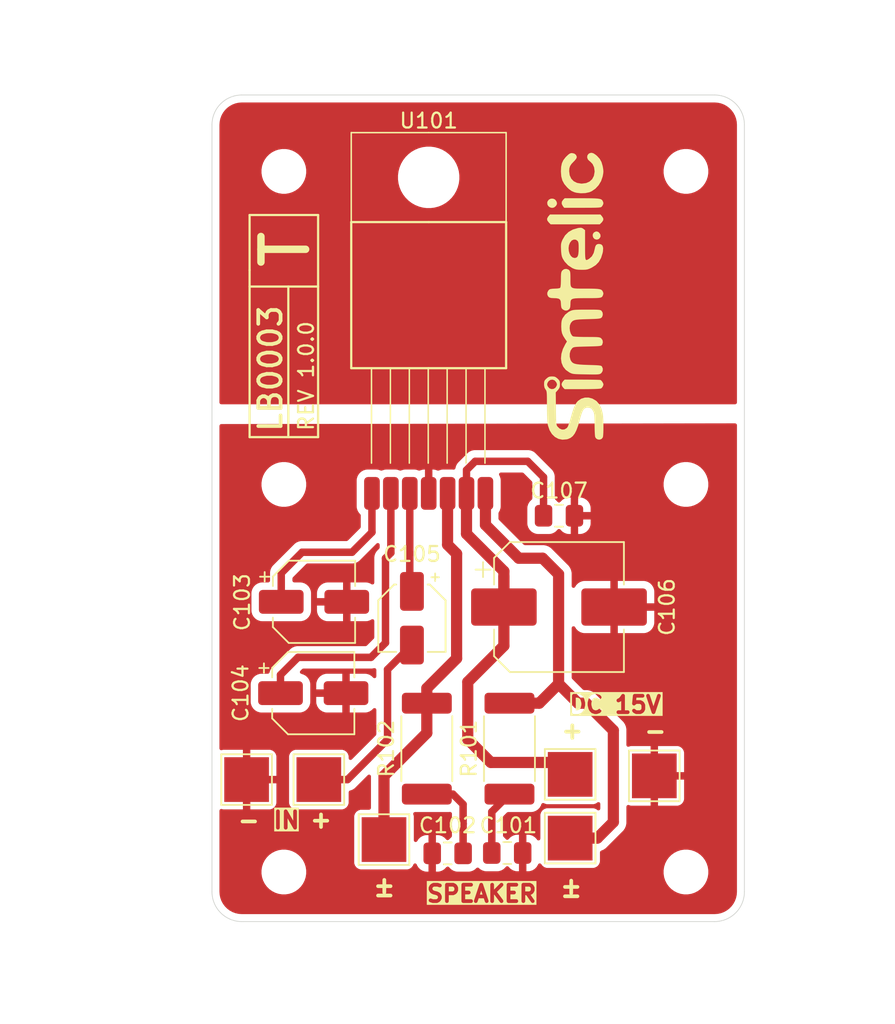
<source format=kicad_pcb>
(kicad_pcb (version 20240108) (generator "pcbnew") (generator_version "8.0")
  (title_block (title "TDA7240A Power Amplifier Module") (date "2024-12-30") (rev "1.0.0") (company "https://github.com/simtelic/lab0003-tda7240a-power-amplifier") (comment 1 "Designed for Simtelic by Simtelic Lab"))
  (layers (0 "F.Cu" signal) (31 "B.Cu" signal) (34 "B.Paste" user) (35 "F.Paste" user) (36 "B.SilkS" user "B.Silkscreen") (37 "F.SilkS" user "F.Silkscreen") (38 "B.Mask" user) (39 "F.Mask" user) (44 "Edge.Cuts" user))
  (net 0 "")
  (net 1 "Net-(C101-Pad2)")
  (net 2 "GND")
  (net 3 "Net-(C102-Pad1)")
  (net 4 "Net-(U101-FEEDBACK)")
  (net 5 "Net-(U101-SVR)")
  (net 6 "Net-(J103-Pin_1)")
  (net 7 "Net-(U101-INPUT)")
  (net 8 "VCC")
  (net 9 "Net-(J101-Pin_1)")
  (net 10 "Net-(J102-Pin_1)")
  (footprint "MountingHole:MountingHole_2.5mm" (layer "F.Cu") (at 161 58)
    (property "Reference" "H106" (hide yes))
    (property "Value" "M2.5")
    (pad "" np_thru_hole circle (at 0 0) (size 2.5 2.5) (drill 2.5) (layers "*.Cu" "*.Mask"))
  )
  (footprint "Capacitor_SMD:C_0805_2012Metric_Pad1.18x1.45mm_HandSolder" (layer "F.Cu") (at 152.475 81.1)
    (property "Reference" "C107" (at 0 -1.68 0) (layer "F.SilkS"))
    (property "Value" "0.1MFD")
    (fp_line (start -0.261252 -0.735) (end 0.261252 -0.735) (stroke (width 0.12)) (layer "F.SilkS"))
    (fp_line (start -0.261252 0.735) (end 0.261252 0.735) (stroke (width 0.12)) (layer "F.SilkS"))
    (pad "1" smd roundrect (at -1.0375 0) (size 1.175 1.45) (layers "F.Cu" "F.Paste" "F.Mask") (roundrect_rratio 0.212766) (net 8 "VCC"))
    (pad "2" smd roundrect (at 1.0375 0) (size 1.175 1.45) (layers "F.Cu" "F.Paste" "F.Mask") (roundrect_rratio 0.212766) (net 2 "GND"))
  )
  (footprint "MountingHole:MountingHole_2.5mm" (layer "F.Cu") (at 134 79)
    (property "Reference" "H104" (hide yes))
    (property "Value" "M2.5")
    (pad "" np_thru_hole circle (at 0 0) (size 2.5 2.5) (drill 2.5) (layers "*.Cu" "*.Mask"))
  )
  (footprint "Capacitor_SMD:CP_Elec_4x5.4" (layer "F.Cu") (at 142.6 87.975 -90)
    (property "Reference" "C105" (at -4.3 0 180) (layer "F.SilkS"))
    (property "Value" "1MFD")
    (fp_line (start -1.195563 2.26) (end 2.26 2.26) (stroke (width 0.12)) (layer "F.SilkS"))
    (fp_line (start 2.26 2.26) (end 2.26 1.06) (stroke (width 0.12)) (layer "F.SilkS"))
    (fp_line (start -2.26 1.195563) (end -1.195563 2.26) (stroke (width 0.12)) (layer "F.SilkS"))
    (fp_line (start -2.26 1.195563) (end -2.26 1.06) (stroke (width 0.12)) (layer "F.SilkS"))
    (fp_line (start -2.26 -1.195563) (end -2.26 -1.06) (stroke (width 0.12)) (layer "F.SilkS"))
    (fp_line (start -2.26 -1.195563) (end -1.195563 -2.26) (stroke (width 0.12)) (layer "F.SilkS"))
    (fp_line (start -3 -1.56) (end -2.5 -1.56) (stroke (width 0.12)) (layer "F.SilkS"))
    (fp_line (start -2.75 -1.81) (end -2.75 -1.31) (stroke (width 0.12)) (layer "F.SilkS"))
    (fp_line (start -1.195563 -2.26) (end 2.26 -2.26) (stroke (width 0.12)) (layer "F.SilkS"))
    (fp_line (start 2.26 -2.26) (end 2.26 -1.06) (stroke (width 0.12)) (layer "F.SilkS"))
    (pad "1" smd roundrect (at -1.8 0 270) (size 2.6 1.6) (layers "F.Cu" "F.Paste" "F.Mask") (roundrect_rratio 0.15625) (net 7 "Net-(U101-INPUT)"))
    (pad "2" smd roundrect (at 1.8 0 270) (size 2.6 1.6) (layers "F.Cu" "F.Paste" "F.Mask") (roundrect_rratio 0.15625) (net 6 "Net-(J103-Pin_1)"))
  )
  (footprint "Capacitor_SMD:C_0805_2012Metric_Pad1.18x1.45mm_HandSolder" (layer "F.Cu") (at 149 103.725 180)
    (property "Reference" "C101" (at -0.075 1.85 180) (layer "F.SilkS"))
    (property "Value" "0.22MFD")
    (fp_line (start -0.261252 0.735) (end 0.261252 0.735) (stroke (width 0.12)) (layer "F.SilkS"))
    (fp_line (start -0.261252 -0.735) (end 0.261252 -0.735) (stroke (width 0.12)) (layer "F.SilkS"))
    (pad "1" smd roundrect (at -1.0375 0 180) (size 1.175 1.45) (layers "F.Cu" "F.Paste" "F.Mask") (roundrect_rratio 0.212766) (net 2 "GND"))
    (pad "2" smd roundrect (at 1.0375 0 180) (size 1.175 1.45) (layers "F.Cu" "F.Paste" "F.Mask") (roundrect_rratio 0.212766) (net 1 "Net-(C101-Pad2)"))
  )
  (footprint "Resistor_SMD:R_2512_6332Metric_Pad1.40x3.35mm_HandSolder" (layer "F.Cu") (at 149.15 96.725 90)
    (property "Reference" "R101" (at 0 -2.725 -90) (layer "F.SilkS"))
    (property "Value" "2.2R")
    (fp_line (start -2.177064 -1.71) (end 2.177064 -1.71) (stroke (width 0.12)) (layer "F.SilkS"))
    (fp_line (start -2.177064 1.71) (end 2.177064 1.71) (stroke (width 0.12)) (layer "F.SilkS"))
    (pad "1" smd roundrect (at -3.05 0 90) (size 1.4 3.35) (layers "F.Cu" "F.Paste" "F.Mask") (roundrect_rratio 0.178571) (net 1 "Net-(C101-Pad2)"))
    (pad "2" smd roundrect (at 3.05 0 90) (size 1.4 3.35) (layers "F.Cu" "F.Paste" "F.Mask") (roundrect_rratio 0.178571) (net 9 "Net-(J101-Pin_1)"))
  )
  (footprint "MountingHole:MountingHole_2.5mm" (layer "F.Cu") (at 134 58)
    (property "Reference" "H105" (hide yes))
    (property "Value" "M2.5")
    (pad "" np_thru_hole circle (at 0 0) (size 2.5 2.5) (drill 2.5) (layers "*.Cu" "*.Mask"))
  )
  (footprint "TestPoint:TestPoint_Pad_3.0x3.0mm" (layer "F.Cu") (at 153.225 98.45)
    (property "Reference" "J105" (hide yes))
    (property "Value" "SMD-PAD")
    (fp_line (start -1.7 -1.7) (end 1.7 -1.7) (stroke (width 0.12)) (layer "F.SilkS"))
    (fp_line (start -1.7 1.7) (end -1.7 -1.7) (stroke (width 0.12)) (layer "F.SilkS"))
    (fp_line (start 1.7 -1.7) (end 1.7 1.7) (stroke (width 0.12)) (layer "F.SilkS"))
    (fp_line (start 1.7 1.7) (end -1.7 1.7) (stroke (width 0.12)) (layer "F.SilkS"))
    (pad "1" smd rect (at 0 0) (size 3 3) (layers "F.Cu" "F.Mask") (net 8 "VCC"))
  )
  (footprint "MountingHole:MountingHole_2.5mm" (layer "F.Cu") (at 161 79)
    (property "Reference" "H103" (hide yes))
    (property "Value" "M2.5")
    (pad "" np_thru_hole circle (at 0 0) (size 2.5 2.5) (drill 2.5) (layers "*.Cu" "*.Mask"))
  )
  (footprint "TestPoint:TestPoint_Pad_3.0x3.0mm" (layer "F.Cu") (at 136.35 98.8)
    (property "Reference" "J103" (hide yes))
    (property "Value" "SMD-PAD")
    (fp_line (start -1.7 -1.7) (end 1.7 -1.7) (stroke (width 0.12)) (layer "F.SilkS"))
    (fp_line (start -1.7 1.7) (end -1.7 -1.7) (stroke (width 0.12)) (layer "F.SilkS"))
    (fp_line (start 1.7 -1.7) (end 1.7 1.7) (stroke (width 0.12)) (layer "F.SilkS"))
    (fp_line (start 1.7 1.7) (end -1.7 1.7) (stroke (width 0.12)) (layer "F.SilkS"))
    (pad "1" smd rect (at 0 0) (size 3 3) (layers "F.Cu" "F.Mask") (net 6 "Net-(J103-Pin_1)"))
  )
  (footprint "Simtelic:ST-Heptawatt-Inline" (layer "F.Cu") (at 143.725 79.6 -90)
    (property "Reference" "U101" (at -25 0 0) (layer "F.SilkS"))
    (property "Value" "TDA7240A")
    (fp_line (start -24.2 5.2) (end -18.2 5.2) (stroke (width 0.1)) (layer "F.SilkS"))
    (fp_line (start -24.2 5.2) (end -24.2 0) (stroke (width 0.1)) (layer "F.SilkS"))
    (fp_line (start -18.2 5.2) (end -8.4 5.2) (stroke (width 0.15)) (layer "F.SilkS"))
    (fp_line (start -18.2 5.2) (end -18.2 0) (stroke (width 0.15)) (layer "F.SilkS"))
    (fp_line (start -8.4 5.2) (end -8.4 0) (stroke (width 0.15)) (layer "F.SilkS"))
    (fp_line (start -2.03 3.84) (end -8.38 3.84) (stroke (width 0.1)) (layer "F.SilkS"))
    (fp_line (start -2.03 2.57) (end -8.38 2.57) (stroke (width 0.1)) (layer "F.SilkS"))
    (fp_line (start -2.03 1.3) (end -8.38 1.3) (stroke (width 0.1)) (layer "F.SilkS"))
    (fp_line (start -2.03 0.03) (end -8.38 0.03) (stroke (width 0.1)) (layer "F.SilkS"))
    (fp_line (start -24.2 0) (end -24.2 -5.2) (stroke (width 0.1)) (layer "F.SilkS"))
    (fp_line (start -18.2 0) (end -18.2 -5.2) (stroke (width 0.15)) (layer "F.SilkS"))
    (fp_line (start -8.4 0) (end -8.4 -5.2) (stroke (width 0.15)) (layer "F.SilkS"))
    (fp_line (start -2.03 -1.24) (end -8.38 -1.24) (stroke (width 0.1)) (layer "F.SilkS"))
    (fp_line (start -2.03 -2.51) (end -8.38 -2.51) (stroke (width 0.1)) (layer "F.SilkS"))
    (fp_line (start -2.03 -3.78) (end -8.38 -3.78) (stroke (width 0.1)) (layer "F.SilkS"))
    (fp_line (start -24.2 -5.2) (end -18.2 -5.2) (stroke (width 0.1)) (layer "F.SilkS"))
    (fp_line (start -18.2 -5.2) (end -8.4 -5.2) (stroke (width 0.15)) (layer "F.SilkS"))
    (pad "" np_thru_hole circle (at -21.2 0 270) (size 3.62 3.62) (drill 3.62) (layers "F&B.Cu" "*.Mask"))
    (pad "1" smd roundrect (at 0 3.81 270) (size 2.2 1.05) (layers "F.Cu" "F.Paste" "F.Mask") (net 4 "Net-(U101-FEEDBACK)"))
    (pad "2" smd roundrect (at 0 2.54 270) (size 2.2 1.05) (layers "F.Cu" "F.Paste" "F.Mask") (net 5 "Net-(U101-SVR)"))
    (pad "3" smd roundrect (at 0 1.27 270) (size 2.2 1.05) (layers "F.Cu" "F.Paste" "F.Mask") (net 7 "Net-(U101-INPUT)"))
    (pad "4" smd roundrect (at 0 0 270) (size 2.2 1.05) (layers "F.Cu" "F.Paste" "F.Mask") (net 2 "GND"))
    (pad "5" smd roundrect (at 0 -1.27 270) (size 2.2 1.05) (layers "F.Cu" "F.Paste" "F.Mask") (net 10 "Net-(J102-Pin_1)"))
    (pad "6" smd roundrect (at 0 -2.54 270) (size 2.2 1.05) (layers "F.Cu" "F.Paste" "F.Mask") (net 8 "VCC"))
    (pad "7" smd roundrect (at 0 -3.81 270) (size 2.2 1.05) (layers "F.Cu" "F.Paste" "F.Mask") (net 9 "Net-(J101-Pin_1)"))
  )
  (footprint "Capacitor_SMD:C_0805_2012Metric_Pad1.18x1.45mm_HandSolder" (layer "F.Cu") (at 145 103.75 180)
    (property "Reference" "C102" (at 0 1.875 180) (layer "F.SilkS"))
    (property "Value" "0.22MFD")
    (fp_line (start -0.261252 0.735) (end 0.261252 0.735) (stroke (width 0.12)) (layer "F.SilkS"))
    (fp_line (start -0.261252 -0.735) (end 0.261252 -0.735) (stroke (width 0.12)) (layer "F.SilkS"))
    (pad "1" smd roundrect (at -1.0375 0 180) (size 1.175 1.45) (layers "F.Cu" "F.Paste" "F.Mask") (roundrect_rratio 0.212766) (net 3 "Net-(C102-Pad1)"))
    (pad "2" smd roundrect (at 1.0375 0 180) (size 1.175 1.45) (layers "F.Cu" "F.Paste" "F.Mask") (roundrect_rratio 0.212766) (net 2 "GND"))
  )
  (footprint "Simtelic Logo:simtelic-name-5" (layer "F.Cu") (at 153.5 66.375 90)
    (property "Reference" "LG101" (hide yes))
    (property "Value" "LOGO" (hide yes))
    (fp_poly (pts (xy 6.374226 -1.788723) (xy 6.489571 -1.695966) (xy 6.547586 -1.565638) (xy 6.548147 -1.422868) (xy 6.491131 -1.292783) (xy 6.377123 -1.200832) (xy 6.250868 -1.158307) (xy 6.150235 -1.17327) (xy 6.046261 -1.241081) (xy 5.952392 -1.357833) (xy 5.925839 -1.489987) (xy 5.955932 -1.619723) (xy 6.031998 -1.729223) (xy 6.143365 -1.800666) (xy 6.279363 -1.816234)) (fill solid) (layer "F.SilkS"))
    (fp_poly (pts (xy 4.171059 1.247348) (xy 4.275658 1.316985) (xy 4.287831 1.33286) (xy 4.348331 1.466044) (xy 4.327515 1.587315) (xy 4.279579 1.656435) (xy 4.15613 1.75047) (xy 4.023407 1.768198) (xy 3.948739 1.741581) (xy 3.844439 1.659809) (xy 3.803469 1.551421) (xy 3.799981 1.490062) (xy 3.835181 1.367457) (xy 3.925585 1.280716) (xy 4.045955 1.237969)) (fill solid) (layer "F.SilkS"))
    (fp_poly (pts (xy 5.327037 -1.763789) (xy 5.36577 -1.732604) (xy 5.485546 -1.629577) (xy 5.485546 0.064034) (xy 5.485546 1.757645) (xy 5.36577 1.860671) (xy 5.232649 1.945255) (xy 5.111417 1.95) (xy 4.986018 1.874069) (xy 4.948649 1.838914) (xy 4.823865 1.714131) (xy 4.823865 0.064034) (xy 4.823865 -1.586063) (xy 4.948649 -1.710847) (xy 5.078011 -1.809122) (xy 5.198788 -1.82649)) (fill solid) (layer "F.SilkS"))
    (fp_poly (pts (xy 6.340711 -0.834554) (xy 6.469335 -0.748999) (xy 6.574117 -0.644217) (xy 6.574117 0.50832) (xy 6.57334 0.880441) (xy 6.570119 1.176659) (xy 6.563115 1.406439) (xy 6.550993 1.57925) (xy 6.532415 1.704558) (xy 6.506045 1.791831) (xy 6.470546 1.850535) (xy 6.424581 1.890137) (xy 6.3753 1.916301) (xy 6.281015 1.953199) (xy 6.211601 1.953823) (xy 6.147227 1.933412) (xy 6.063474 1.886729) (xy 6.008487 1.844788) (xy 5.986691 1.819507) (xy 5.969563 1.779631) (xy 5.956552 1.715569) (xy 5.947101 1.617727) (xy 5.940657 1.476512) (xy 5.936667 1.28233) (xy 5.934575 1.025589) (xy 5.933828 0.696694) (xy 5.933781 0.55144) (xy 5.933781 -0.676828) (xy 6.046261 -0.765305) (xy 6.196339 -0.842303)) (fill solid) (layer "F.SilkS"))
    (fp_poly (pts (xy -5.805997 -0.824185) (xy -5.700723 -0.752605) (xy -5.697052 -0.748999) (xy -5.592269 -0.644217) (xy -5.592269 0.528182) (xy -5.593206 0.838952) (xy -5.595847 1.123818) (xy -5.599942 1.371001) (xy -5.605239 1.568721) (xy -5.611487 1.705199) (xy -5.618433 1.768658) (xy -5.618787 1.769684) (xy -5.673377 1.83413) (xy -5.77001 1.902834) (xy -5.870428 1.951577) (xy -5.92099 1.960992) (xy -5.984177 1.944259) (xy -6.048386 1.920711) (xy -6.143542 1.854257) (xy -6.187126 1.798156) (xy -6.202132 1.725622) (xy -6.21432 1.572031) (xy -6.223534 1.341661) (xy -6.22962 1.038792) (xy -6.232426 0.667701) (xy -6.232605 0.53448) (xy -6.232605 -0.644217) (xy -6.127823 -0.748999) (xy -6.023783 -0.821799) (xy -5.916305 -0.85372) (xy -5.912437 -0.853781)) (fill solid) (layer "F.SilkS"))
    (fp_poly (pts (xy 8.682083 -0.881231) (xy 8.923386 -0.830023) (xy 9.128677 -0.734606) (xy 9.320325 -0.586744) (xy 9.380562 -0.528872) (xy 9.501782 -0.400539) (xy 9.570603 -0.304359) (xy 9.600343 -0.217983) (xy 9.605042 -0.152196) (xy 9.572403 0.001544) (xy 9.485568 0.115114) (xy 9.361159 0.168894) (xy 9.33141 0.170756) (xy 9.227212 0.133363) (xy 9.092071 0.024421) (xy 9.043259 -0.024969) (xy 8.87987 -0.181986) (xy 8.734654 -0.278657) (xy 8.581487 -0.327617) (xy 8.394239 -0.341505) (xy 8.388822 -0.341512) (xy 8.114105 -0.305577) (xy 7.887949 -0.201607) (xy 7.715971 -0.03536) (xy 7.603786 0.187407) (xy 7.557009 0.46094) (xy 7.555966 0.512269) (xy 7.590983 0.794195) (xy 7.692389 1.02601) (xy 7.85472 1.202129) (xy 8.072511 1.316969) (xy 8.340296 1.364945) (xy 8.391562 1.366051) (xy 8.648976 1.331384) (xy 8.866531 1.231733) (xy 9.031077 1.073615) (xy 9.055719 1.036765) (xy 9.166005 0.91999) (xy 9.298834 0.866588) (xy 9.432633 0.876222) (xy 9.545828 0.948554) (xy 9.604842 1.045358) (xy 9.623777 1.167435) (xy 9.583854 1.298769) (xy 9.479356 1.453595) (xy 9.407086 1.537667) (xy 9.21707 1.711473) (xy 9.001565 1.830393) (xy 8.734482 1.908208) (xy 8.688704 1.917122) (xy 8.510674 1.946831) (xy 8.374979 1.95714) (xy 8.243246 1.94739) (xy 8.077101 1.916921) (xy 8.024361 1.905703) (xy 7.7238 1.803267) (xy 7.449612 1.637976) (xy 7.21789 1.423536) (xy 7.04473 1.173655) (xy 6.97569 1.012573) (xy 6.918738 0.742763) (xy 6.907443 0.4404) (xy 6.941629 0.144963) (xy 6.980221 -0.001679) (xy 7.059678 -0.180379) (xy 7.183376 -0.351956) (xy 7.29631 -0.472888) (xy 7.525532 -0.668669) (xy 7.764828 -0.798968) (xy 8.035519 -0.872102) (xy 8.358928 -0.896385) (xy 8.3824 -0.89647)) (fill solid) (layer "F.SilkS"))
    (fp_poly (pts (xy 3.463671 -0.890273) (xy 3.577384 -0.871247) (xy 3.690486 -0.8332) (xy 3.796224 -0.787705) (xy 4.084303 -0.616054) (xy 4.309665 -0.387337) (xy 4.473056 -0.100507) (xy 4.575225 0.245483) (xy 4.588425 0.322175) (xy 4.595717 0.457974) (xy 4.559341 0.560595) (xy 4.524231 0.610326) (xy 4.433467 0.725714) (xy 3.433372 0.725714) (xy 3.100925 0.725882) (xy 2.845606 0.728079) (xy 2.659166 0.734844) (xy 2.533357 0.748718) (xy 2.45993 0.772239) (xy 2.430638 0.807947) (xy 2.43723 0.858382) (xy 2.471459 0.926084) (xy 2.520807 1.006675) (xy 2.67927 1.182529) (xy 2.904055 1.305303) (xy 3.143168 1.366949) (xy 3.325478 1.407693) (xy 3.437462 1.465484) (xy 3.49402 1.552276) (xy 3.509745 1.660975) (xy 3.481561 1.808434) (xy 3.387643 1.902077) (xy 3.228803 1.941576) (xy 3.005855 1.926602) (xy 2.902857 1.90619) (xy 2.569366 1.801285) (xy 2.301088 1.649373) (xy 2.087239 1.442359) (xy 1.917038 1.172147) (xy 1.912263 1.162511) (xy 1.843192 1.01405) (xy 1.801439 0.892642) (xy 1.780412 0.766466) (xy 1.773524 0.603699) (xy 1.773352 0.491678) (xy 1.778143 0.288699) (xy 1.794211 0.140105) (xy 1.827397 0.015076) (xy 1.831582 0.005214) (xy 2.567444 0.005214) (xy 2.576343 0.096637) (xy 2.615624 0.179178) (xy 2.693277 0.236504) (xy 2.821636 0.272507) (xy 3.013034 0.291082) (xy 3.207623 0.295934) (xy 3.411745 0.294389) (xy 3.550008 0.284441) (xy 3.64175 0.263252) (xy 3.706309 0.227985) (xy 3.714556 0.221538) (xy 3.79302 0.109019) (xy 3.803213 -0.027942) (xy 3.744046 -0.161098) (xy 3.729958 -0.178063) (xy 3.588142 -0.290141) (xy 3.415254 -0.35649) (xy 3.226332 -0.380691) (xy 3.03641 -0.366325) (xy 2.860524 -0.31697) (xy 2.71371 -0.236209) (xy 2.611005 -0.127621) (xy 2.567444 0.005214) (xy 1.831582 0.005214) (xy 1.883538 -0.117207) (xy 1.892057 -0.134956) (xy 2.072375 -0.412005) (xy 2.319221 -0.644243) (xy 2.527404 -0.774694) (xy 2.648658 -0.825984) (xy 2.791572 -0.859578) (xy 2.980762 -0.88017) (xy 3.121716 -0.888019) (xy 3.321173 -0.894467)) (fill solid) (layer "F.SilkS"))
    (fp_poly (pts (xy 0.240569 -1.810263) (xy 0.372076 -1.749242) (xy 0.45755 -1.668573) (xy 0.484585 -1.591803) (xy 0.503692 -1.456972) (xy 0.510911 -1.299882) (xy 0.518871 -1.130758) (xy 0.538865 -1.004781) (xy 0.563495 -0.947697) (xy 0.636995 -0.9212) (xy 0.794446 -0.904211) (xy 1.034944 -0.896813) (xy 1.112696 -0.89647) (xy 1.332383 -0.89482) (xy 1.484766 -0.888124) (xy 1.587886 -0.873768) (xy 1.659782 -0.849138) (xy 1.718497 -0.811619) (xy 1.72315 -0.807994) (xy 1.812511 -0.688986) (xy 1.837295 -0.542961) (xy 1.79571 -0.400761) (xy 1.750252 -0.341512) (xy 1.703286 -0.303806) (xy 1.640876 -0.279039) (xy 1.545607 -0.264587) (xy 1.40006 -0.257826) (xy 1.186817 -0.256135) (xy 1.183448 -0.256134) (xy 0.972689 -0.256901) (xy 0.811254 -0.252535) (xy 0.692594 -0.233039) (xy 0.610162 -0.188413) (xy 0.557411 -0.10866) (xy 0.527793 0.016219) (xy 0.514762 0.196222) (xy 0.511769 0.441348) (xy 0.512268 0.761594) (xy 0.512269 0.768815) (xy 0.51091 1.100277) (xy 0.5056 1.357064) (xy 0.49449 1.549856) (xy 0.475728 1.689331) (xy 0.447464 1.786168) (xy 0.40785 1.851044) (xy 0.355033 1.894639) (xy 0.313452 1.916301) (xy 0.219166 1.953199) (xy 0.149752 1.953823) (xy 0.085378 1.933412) (xy 0.017916 1.906117) (xy -0.033588 1.872934) (xy -0.071288 1.822909) (xy -0.097336 1.745089) (xy -0.113884 1.62852) (xy -0.123084 1.46225) (xy -0.127088 1.235325) (xy -0.12805 0.93679) (xy -0.128068 0.847165) (xy -0.128633 0.512342) (xy -0.132791 0.253202) (xy -0.144235 0.060047) (xy -0.166658 -0.076818) (xy -0.203755 -0.167088) (xy -0.259218 -0.22046) (xy -0.336741 -0.246629) (xy -0.440017 -0.255293) (xy -0.548342 -0.256134) (xy -0.730594 -0.270056) (xy -0.849999 -0.319393) (xy -0.925629 -0.415503) (xy -0.95782 -0.499984) (xy -0.956482 -0.624771) (xy -0.895461 -0.756277) (xy -0.814792 -0.841751) (xy -0.736155 -0.87082) (xy -0.605885 -0.890295) (xy -0.504018 -0.895113) (xy -0.337736 -0.908284) (xy -0.227705 -0.954549) (xy -0.163256 -1.047349) (xy -0.133725 -1.20013) (xy -0.128068 -1.368933) (xy -0.117526 -1.558094) (xy -0.078929 -1.682694) (xy -0.001819 -1.761715) (xy 0.115782 -1.811601)) (fill solid) (layer "F.SilkS"))
    (fp_poly (pts (xy -3.866067 -0.863704) (xy -3.538653 -0.765023) (xy -3.204111 -0.595382) (xy -3.194584 -0.589516) (xy -3.038075 -0.49266) (xy -2.853072 -0.622932) (xy -2.660147 -0.74552) (xy -2.483007 -0.821881) (xy -2.290122 -0.861334) (xy -2.04996 -0.873197) (xy -2.006387 -0.873165) (xy -1.797354 -0.866415) (xy -1.645966 -0.845702) (xy -1.524992 -0.806323) (xy -1.472773 -0.781024) (xy -1.230979 -0.609208) (xy -1.048395 -0.378092) (xy -0.985303 -0.256134) (xy -0.956041 -0.184492) (xy -0.934107 -0.107801) (xy -0.918448 -0.012866) (xy -0.908007 0.113511) (xy -0.901729 0.284525) (xy -0.89856 0.513372) (xy -0.897443 0.81325) (xy -0.897408 0.843109) (xy -0.897551 1.145107) (xy -0.899353 1.373461) (xy -0.903813 1.539903) (xy -0.911928 1.656166) (xy -0.924698 1.733981) (xy -0.943119 1.785081) (xy -0.96819 1.821198) (xy -0.981849 1.83563) (xy -1.105069 1.906079) (xy -1.251603 1.917935) (xy -1.386335 1.871533) (xy -1.43414 1.831314) (xy -1.462546 1.792317) (xy -1.484226 1.738242) (xy -1.500531 1.656856) (xy -1.51281 1.535926) (xy -1.522413 1.36322) (xy -1.530689 1.126505) (xy -1.536807 0.900816) (xy -1.546171 0.584798) (xy -1.558119 0.341962) (xy -1.575601 0.160112) (xy -1.601567 0.027051) (xy -1.638965 -0.069414) (xy -1.690746 -0.141481) (xy -1.759859 -0.201345) (xy -1.812041 -0.237244) (xy -1.95763 -0.293446) (xy -2.138562 -0.308507) (xy -2.329255 -0.286792) (xy -2.504128 -0.232667) (xy -2.637599 -0.150496) (xy -2.688147 -0.087743) (xy -2.703098 -0.016963) (xy -2.715498 0.127849) (xy -2.724811 0.33537) (xy -2.730505 0.594277) (xy -2.732101 0.845218) (xy -2.732625 1.137127) (xy -2.734966 1.356248) (xy -2.74028 1.515166) (xy -2.749725 1.626469) (xy -2.764455 1.702743) (xy -2.785627 1.756575) (xy -2.814396 1.800553) (xy -2.820578 1.808529) (xy -2.939291 1.896795) (xy -3.088119 1.922283) (xy -3.235582 1.881335) (xy -3.268228 1.860522) (xy -3.295803 1.834713) (xy -3.317014 1.795247) (xy -3.333063 1.73083) (xy -3.345153 1.630171) (xy -3.354487 1.481977) (xy -3.362266 1.274956) (xy -3.369695 0.997816) (xy -3.372437 0.882024) (xy -3.379802 0.579163) (xy -3.386871 0.349744) (xy -3.395068 0.181847) (xy -3.40582 0.063553) (xy -3.420551 -0.017057) (xy -3.440685 -0.071902) (xy -3.467649 -0.112901) (xy -3.495077 -0.143722) (xy -3.645925 -0.247188) (xy -3.84108 -0.301555) (xy -4.053567 -0.304716) (xy -4.256412 -0.254565) (xy -4.343937 -0.210001) (xy -4.420242 -0.151781) (xy -4.4795 -0.07661) (xy -4.524231 0.026776) (xy -4.556957 0.169643) (xy -4.580199 0.363259) (xy -4.596478 0.618888) (xy -4.608316 0.947797) (xy -4.609068 0.974725) (xy -4.617599 1.261915) (xy -4.626109 1.475717) (xy -4.636027 1.62811) (xy -4.648779 1.731073) (xy -4.665794 1.796583) (xy -4.688498 1.836621) (xy -4.71463 1.860524) (xy -4.859025 1.919221) (xy -5.011747 1.907876) (xy -5.142488 1.830283) (xy -5.165816 1.804034) (xy -5.196419 1.761629) (xy -5.219099 1.714944) (xy -5.234787 1.65176) (xy -5.244413 1.55986) (xy -5.248908 1.427026) (xy -5.249203 1.24104) (xy -5.246229 0.989683) (xy -5.243061 0.790168) (xy -5.237819 0.490981) (xy -5.23221 0.263642) (xy -5.224636 0.094633) (xy -5.213501 -0.029567) (xy -5.197205 -0.122479) (xy -5.174152 -0.197621) (xy -5.142744 -0.268516) (xy -5.110536 -0.33124) (xy -4.941199 -0.570848) (xy -4.723921 -0.744998) (xy -4.466864 -0.852591) (xy -4.178192 -0.892527)) (fill solid) (layer "F.SilkS"))
    (fp_poly (pts (xy -5.758444 -2.02184) (xy -5.664598 -1.993411) (xy -5.580089 -1.92631) (xy -5.524955 -1.868274) (xy -5.433042 -1.754379) (xy -5.390135 -1.64976) (xy -5.378878 -1.509974) (xy -5.378824 -1.494118) (xy -5.38808 -1.348976) (xy -5.427421 -1.243008) (xy -5.514203 -1.131773) (xy -5.524955 -1.119961) (xy -5.61951 -1.025756) (xy -5.702867 -0.978381) (xy -5.81243 -0.962018) (xy -5.902039 -0.960504) (xy -6.051904 -0.968304) (xy -6.158517 -1.00165) (xy -6.263336 -1.075456) (xy -6.293319 -1.101275) (xy -6.453648 -1.242045) (xy -7.535395 -1.229342) (xy -7.868776 -1.225067) (xy -8.127715 -1.220416) (xy -8.323146 -1.21446) (xy -8.466003 -1.206273) (xy -8.567221 -1.194928) (xy -8.637735 -1.179497) (xy -8.688477 -1.159054) (xy -8.730384 -1.132672) (xy -8.737562 -1.127421) (xy -8.876368 -0.984437) (xy -8.942668 -0.824767) (xy -8.935317 -0.664092) (xy -8.853169 -0.518095) (xy -8.786508 -0.457591) (xy -8.702927 -0.414784) (xy -8.556174 -0.358745) (xy -8.36605 -0.29637) (xy -8.152354 -0.234555) (xy -8.125179 -0.227266) (xy -7.785199 -0.131313) (xy -7.518045 -0.042236) (xy -7.312001 0.045024) (xy -7.155355 0.135523) (xy -7.03639 0.234321) (xy -7.022236 0.248932) (xy -6.873814 0.464307) (xy -6.798589 0.708248) (xy -6.796242 0.965913) (xy -6.866449 1.222461) (xy -7.008889 1.463048) (xy -7.049604 1.51204) (xy -7.259503 1.693316) (xy -7.529759 1.825867) (xy -7.867048 1.912883) (xy -7.900279 1.918486) (xy -8.052519 1.93584) (xy -8.253805 1.948456) (xy -8.485589 1.956322) (xy -8.729322 1.959428) (xy -8.966457 1.957762) (xy -9.178445 1.951313) (xy -9.34674 1.940068) (xy -9.452792 1.924018) (xy -9.466924 1.919449) (xy -9.570069 1.838972) (xy -9.61809 1.720474) (xy -9.611679 1.59054) (xy -9.551528 1.475754) (xy -9.453617 1.407974) (xy -9.374758 1.39381) (xy -9.227554 1.381573) (xy -9.029033 1.372151) (xy -8.796222 1.366431) (xy -8.631087 1.365113) (xy -8.356066 1.363441) (xy -8.151015 1.358311) (xy -8.000548 1.348312) (xy -7.889282 1.33203) (xy -7.801832 1.308052) (xy -7.74084 1.283364) (xy -7.57987 1.183972) (xy -7.49332 1.059625) (xy -7.470589 0.917815) (xy -7.482201 0.80186) (xy -7.523696 0.706418) (xy -7.605063 0.62499) (xy -7.736292 0.551082) (xy -7.92737 0.478195) (xy -8.188287 0.399835) (xy -8.323511 0.363086) (xy -8.694214 0.255087) (xy -8.988452 0.146405) (xy -9.214974 0.031066) (xy -9.382528 -0.096906) (xy -9.499865 -0.243486) (xy -9.575731 -0.414648) (xy -9.600333 -0.508903) (xy -9.623106 -0.797434) (xy -9.567673 -1.063495) (xy -9.439782 -1.300147) (xy -9.245182 -1.50045) (xy -9.17672 -1.542512) (xy -6.226142 -1.542512) (xy -6.218958 -1.402017) (xy -6.148704 -1.277994) (xy -6.071979 -1.219427) (xy -5.968945 -1.169047) (xy -5.894729 -1.161014) (xy -5.805512 -1.195045) (xy -5.761524 -1.217415) (xy -5.646376 -1.317384) (xy -5.595654 -1.44884) (xy -5.608634 -1.588088) (xy -5.68459 -1.711433) (xy -5.778639 -1.777461) (xy -5.88212 -1.818915) (xy -5.960564 -1.816935) (xy -6.054379 -1.775459) (xy -6.171025 -1.675114) (xy -6.226142 -1.542512) (xy -9.17672 -1.542512) (xy -8.98962 -1.657463) (xy -8.678845 -1.764246) (xy -8.537815 -1.79174) (xy -8.411361 -1.804694) (xy -8.216934 -1.81613) (xy -7.971934 -1.825425) (xy -7.693763 -1.83196) (xy -7.39982 -1.835115) (xy -7.316262 -1.835308) (xy -7.008304 -1.835739) (xy -6.773829 -1.837511) (xy -6.600941 -1.8417) (xy -6.477742 -1.849381) (xy -6.392339 -1.861628) (xy -6.332835 -1.879518) (xy -6.287334 -1.904125) (xy -6.250078 -1.931681) (xy -6.136726 -1.996704) (xy -5.99387 -2.024652) (xy -5.899528 -2.027731)) (fill solid) (layer "F.SilkS"))
  )
  (footprint "TestPoint:TestPoint_Pad_3.0x3.0mm" (layer "F.Cu") (at 153.225 102.725)
    (property "Reference" "J101" (hide yes))
    (property "Value" "SMD-PAD")
    (fp_line (start -1.7 -1.7) (end 1.7 -1.7) (stroke (width 0.12)) (layer "F.SilkS"))
    (fp_line (start -1.7 1.7) (end -1.7 -1.7) (stroke (width 0.12)) (layer "F.SilkS"))
    (fp_line (start 1.7 -1.7) (end 1.7 1.7) (stroke (width 0.12)) (layer "F.SilkS"))
    (fp_line (start 1.7 1.7) (end -1.7 1.7) (stroke (width 0.12)) (layer "F.SilkS"))
    (pad "1" smd rect (at 0 0) (size 3 3) (layers "F.Cu" "F.Mask") (net 9 "Net-(J101-Pin_1)"))
  )
  (footprint "Capacitor_SMD:CP_Elec_5x5.4" (layer "F.Cu") (at 136.025 86.875)
    (property "Reference" "C103" (at -4.825 0.025 90) (layer "F.SilkS"))
    (property "Value" "22MFD")
    (fp_line (start -3.625 -1.685) (end -3 -1.685) (stroke (width 0.12)) (layer "F.SilkS"))
    (fp_line (start -3.3125 -1.9975) (end -3.3125 -1.3725) (stroke (width 0.12)) (layer "F.SilkS"))
    (fp_line (start -2.76 -1.695563) (end -2.76 -1.06) (stroke (width 0.12)) (layer "F.SilkS"))
    (fp_line (start -2.76 -1.695563) (end -1.695563 -2.76) (stroke (width 0.12)) (layer "F.SilkS"))
    (fp_line (start -2.76 1.695563) (end -2.76 1.06) (stroke (width 0.12)) (layer "F.SilkS"))
    (fp_line (start -2.76 1.695563) (end -1.695563 2.76) (stroke (width 0.12)) (layer "F.SilkS"))
    (fp_line (start -1.695563 -2.76) (end 2.76 -2.76) (stroke (width 0.12)) (layer "F.SilkS"))
    (fp_line (start -1.695563 2.76) (end 2.76 2.76) (stroke (width 0.12)) (layer "F.SilkS"))
    (fp_line (start 2.76 -2.76) (end 2.76 -1.06) (stroke (width 0.12)) (layer "F.SilkS"))
    (fp_line (start 2.76 2.76) (end 2.76 1.06) (stroke (width 0.12)) (layer "F.SilkS"))
    (pad "1" smd roundrect (at -2.2 0) (size 3 1.6) (layers "F.Cu" "F.Paste" "F.Mask") (roundrect_rratio 0.15625) (net 4 "Net-(U101-FEEDBACK)"))
    (pad "2" smd roundrect (at 2.2 0) (size 3 1.6) (layers "F.Cu" "F.Paste" "F.Mask") (roundrect_rratio 0.15625) (net 2 "GND"))
  )
  (footprint "Capacitor_SMD:CP_Elec_5x5.4" (layer "F.Cu") (at 135.975 93)
    (property "Reference" "C104" (at -4.875 0 90) (layer "F.SilkS"))
    (property "Value" "22MFD")
    (fp_line (start -3.625 -1.685) (end -3 -1.685) (stroke (width 0.12)) (layer "F.SilkS"))
    (fp_line (start -3.3125 -1.9975) (end -3.3125 -1.3725) (stroke (width 0.12)) (layer "F.SilkS"))
    (fp_line (start -2.76 -1.695563) (end -2.76 -1.06) (stroke (width 0.12)) (layer "F.SilkS"))
    (fp_line (start -2.76 -1.695563) (end -1.695563 -2.76) (stroke (width 0.12)) (layer "F.SilkS"))
    (fp_line (start -2.76 1.695563) (end -2.76 1.06) (stroke (width 0.12)) (layer "F.SilkS"))
    (fp_line (start -2.76 1.695563) (end -1.695563 2.76) (stroke (width 0.12)) (layer "F.SilkS"))
    (fp_line (start -1.695563 -2.76) (end 2.76 -2.76) (stroke (width 0.12)) (layer "F.SilkS"))
    (fp_line (start -1.695563 2.76) (end 2.76 2.76) (stroke (width 0.12)) (layer "F.SilkS"))
    (fp_line (start 2.76 -2.76) (end 2.76 -1.06) (stroke (width 0.12)) (layer "F.SilkS"))
    (fp_line (start 2.76 2.76) (end 2.76 1.06) (stroke (width 0.12)) (layer "F.SilkS"))
    (pad "1" smd roundrect (at -2.2 0) (size 3 1.6) (layers "F.Cu" "F.Paste" "F.Mask") (roundrect_rratio 0.15625) (net 5 "Net-(U101-SVR)"))
    (pad "2" smd roundrect (at 2.2 0) (size 3 1.6) (layers "F.Cu" "F.Paste" "F.Mask") (roundrect_rratio 0.15625) (net 2 "GND"))
  )
  (footprint "MountingHole:MountingHole_2.5mm" (layer "F.Cu") (at 161 105)
    (property "Reference" "H102" (hide yes))
    (property "Value" "M2.5")
    (pad "" np_thru_hole circle (at 0 0) (size 2.5 2.5) (drill 2.5) (layers "*.Cu" "*.Mask"))
  )
  (footprint "TestPoint:TestPoint_Pad_3.0x3.0mm" (layer "F.Cu") (at 131.5 98.8)
    (property "Reference" "J106" (hide yes))
    (property "Value" "SMD-PAD")
    (fp_line (start -1.7 -1.7) (end 1.7 -1.7) (stroke (width 0.12)) (layer "F.SilkS"))
    (fp_line (start -1.7 1.7) (end -1.7 -1.7) (stroke (width 0.12)) (layer "F.SilkS"))
    (fp_line (start 1.7 -1.7) (end 1.7 1.7) (stroke (width 0.12)) (layer "F.SilkS"))
    (fp_line (start 1.7 1.7) (end -1.7 1.7) (stroke (width 0.12)) (layer "F.SilkS"))
    (pad "1" smd rect (at 0 0) (size 3 3) (layers "F.Cu" "F.Mask") (net 2 "GND"))
  )
  (footprint "MountingHole:MountingHole_2.5mm" (layer "F.Cu") (at 134 105)
    (property "Reference" "H101" (hide yes))
    (property "Value" "M2.5")
    (pad "" np_thru_hole circle (at 0 0) (size 2.5 2.5) (drill 2.5) (layers "*.Cu" "*.Mask"))
  )
  (footprint "Capacitor_SMD:CP_Elec_8x10.5" (layer "F.Cu") (at 152.475 87.225)
    (property "Reference" "C106" (at 7.25 0 90) (layer "F.SilkS"))
    (property "Value" "220MFD")
    (fp_line (start -5.6 -2.51) (end -4.6 -2.51) (stroke (width 0.12)) (layer "F.SilkS"))
    (fp_line (start -5.1 -3.01) (end -5.1 -2.01) (stroke (width 0.12)) (layer "F.SilkS"))
    (fp_line (start -4.36 -3.295563) (end -4.36 -1.51) (stroke (width 0.12)) (layer "F.SilkS"))
    (fp_line (start -4.36 -3.295563) (end -3.295563 -4.36) (stroke (width 0.12)) (layer "F.SilkS"))
    (fp_line (start -4.36 3.295563) (end -4.36 1.51) (stroke (width 0.12)) (layer "F.SilkS"))
    (fp_line (start -4.36 3.295563) (end -3.295563 4.36) (stroke (width 0.12)) (layer "F.SilkS"))
    (fp_line (start -3.295563 -4.36) (end 4.36 -4.36) (stroke (width 0.12)) (layer "F.SilkS"))
    (fp_line (start -3.295563 4.36) (end 4.36 4.36) (stroke (width 0.12)) (layer "F.SilkS"))
    (fp_line (start 4.36 -4.36) (end 4.36 -1.51) (stroke (width 0.12)) (layer "F.SilkS"))
    (fp_line (start 4.36 4.36) (end 4.36 1.51) (stroke (width 0.12)) (layer "F.SilkS"))
    (pad "1" smd roundrect (at -3.7 0) (size 4.4 2.5) (layers "F.Cu" "F.Paste" "F.Mask") (roundrect_rratio 0.1) (net 8 "VCC"))
    (pad "2" smd roundrect (at 3.7 0) (size 4.4 2.5) (layers "F.Cu" "F.Paste" "F.Mask") (roundrect_rratio 0.1) (net 2 "GND"))
  )
  (footprint "TestPoint:TestPoint_Pad_3.0x3.0mm" (layer "F.Cu") (at 140.725 102.825)
    (property "Reference" "J102" (hide yes))
    (property "Value" "SMD-PAD")
    (fp_line (start -1.7 -1.7) (end 1.7 -1.7) (stroke (width 0.12)) (layer "F.SilkS"))
    (fp_line (start -1.7 1.7) (end -1.7 -1.7) (stroke (width 0.12)) (layer "F.SilkS"))
    (fp_line (start 1.7 -1.7) (end 1.7 1.7) (stroke (width 0.12)) (layer "F.SilkS"))
    (fp_line (start 1.7 1.7) (end -1.7 1.7) (stroke (width 0.12)) (layer "F.SilkS"))
    (pad "1" smd rect (at 0 0) (size 3 3) (layers "F.Cu" "F.Mask") (net 10 "Net-(J102-Pin_1)"))
  )
  (footprint "TestPoint:TestPoint_Pad_3.0x3.0mm" (layer "F.Cu") (at 158.875 98.55)
    (property "Reference" "J104" (hide yes))
    (property "Value" "SMD-PAD")
    (fp_line (start -1.7 -1.7) (end 1.7 -1.7) (stroke (width 0.12)) (layer "F.SilkS"))
    (fp_line (start -1.7 1.7) (end -1.7 -1.7) (stroke (width 0.12)) (layer "F.SilkS"))
    (fp_line (start 1.7 -1.7) (end 1.7 1.7) (stroke (width 0.12)) (layer "F.SilkS"))
    (fp_line (start 1.7 1.7) (end -1.7 1.7) (stroke (width 0.12)) (layer "F.SilkS"))
    (pad "1" smd rect (at 0 0) (size 3 3) (layers "F.Cu" "F.Mask") (net 2 "GND"))
  )
  (footprint "Resistor_SMD:R_2512_6332Metric_Pad1.40x3.35mm_HandSolder" (layer "F.Cu") (at 143.6 96.725 -90)
    (property "Reference" "R102" (at 0 2.725 90) (layer "F.SilkS"))
    (property "Value" "2.2R")
    (fp_line (start -2.177064 1.71) (end 2.177064 1.71) (stroke (width 0.12)) (layer "F.SilkS"))
    (fp_line (start -2.177064 -1.71) (end 2.177064 -1.71) (stroke (width 0.12)) (layer "F.SilkS"))
    (pad "1" smd roundrect (at -3.05 0 270) (size 1.4 3.35) (layers "F.Cu" "F.Paste" "F.Mask") (roundrect_rratio 0.178571) (net 10 "Net-(J102-Pin_1)"))
    (pad "2" smd roundrect (at 3.05 0 270) (size 1.4 3.35) (layers "F.Cu" "F.Paste" "F.Mask") (roundrect_rratio 0.178571) (net 3 "Net-(C102-Pad1)"))
  )
  (gr_line (start 131.7 60.925) (end 136.3 60.925) (stroke (width 0.15)) (layer "F.SilkS"))
  (gr_line (start 131.7 75.825) (end 131.7 64.625) (stroke (width 0.15)) (layer "F.SilkS"))
  (gr_line (start 136.3 60.925) (end 136.3 75.825) (stroke (width 0.15)) (layer "F.SilkS"))
  (gr_line (start 136.3 65.725) (end 131.7 65.725) (stroke (width 0.15)) (layer "F.SilkS"))
  (gr_line (start 136.3 75.825) (end 131.7 75.825) (stroke (width 0.15)) (layer "F.SilkS"))
  (gr_line (start 131.7 64.625) (end 131.7 60.925) (stroke (width 0.15)) (layer "F.SilkS"))
  (gr_line (start 134.3 65.725) (end 134.3 75.825) (stroke (width 0.15)) (layer "F.SilkS"))
  (gr_line (start 129.175 106.325) (end 129.175 54.875) (stroke (width 0.05)) (layer "Edge.Cuts"))
  (gr_arc (start 131.175 108.325) (mid 129.760786 107.739214) (end 129.175 106.325) (stroke (width 0.05)) (layer "Edge.Cuts"))
  (gr_arc (start 129.175 54.875) (mid 129.760786 53.460786) (end 131.175 52.875) (stroke (width 0.05)) (layer "Edge.Cuts"))
  (gr_arc (start 164.925 106.325) (mid 164.339214 107.739214) (end 162.925 108.325) (stroke (width 0.05)) (layer "Edge.Cuts"))
  (gr_line (start 131.175 52.875) (end 162.925 52.875) (stroke (width 0.05)) (layer "Edge.Cuts"))
  (gr_line (start 162.925 108.325) (end 131.175 108.325) (stroke (width 0.05)) (layer "Edge.Cuts"))
  (gr_arc (start 162.925 52.875) (mid 164.339214 53.460786) (end 164.925 54.875) (stroke (width 0.05)) (layer "Edge.Cuts"))
  (gr_line (start 164.925 54.875) (end 164.925 106.325) (stroke (width 0.05)) (layer "Edge.Cuts"))
  (gr_text "DC 15V" (at 153.05 94.425 0) (layer "F.SilkS" knockout) (effects (font (size 1.1 1.1) (thickness 0.25) (bold yes)) (justify left bottom)))
  (gr_text "+" (at 152.525 96.15 0) (layer "F.SilkS") (effects (font (size 1.1 1.1) (thickness 0.25) (bold yes)) (justify left bottom)))
  (gr_text "-" (at 158.1 96.175 0) (layer "F.SilkS") (effects (font (size 1.1 1.1) (thickness 0.25) (bold yes)) (justify left bottom)))
  (gr_text "±" (at 139.9 106.725 0) (layer "F.SilkS") (effects (font (size 1.1 1.1) (thickness 0.25) (bold yes)) (justify left bottom)))
  (gr_text "REV 1.0.0" (at 135.5 71.725 90) (layer "F.SilkS") (effects (font (size 1 1))))
  (gr_text "±" (at 152.45 106.775 0) (layer "F.SilkS") (effects (font (size 1.1 1.1) (thickness 0.25) (bold yes)) (justify left bottom)))
  (gr_text "LB0003" (at 133.1 71.225 90) (layer "F.SilkS") (effects (font (size 1.5 1.5) (thickness 0.25))))
  (gr_text "+" (at 135.65 102.125 0) (layer "F.SilkS") (effects (font (size 1.1 1.1) (thickness 0.25) (bold yes)) (justify left bottom)))
  (gr_text "SPEAKER" (at 143.475 107.1 0) (layer "F.SilkS" knockout) (effects (font (size 1.1 1.1) (thickness 0.25) (bold yes)) (justify left bottom)))
  (gr_text "T" (at 134.1 63.225 90) (layer "F.SilkS") (effects (font (size 3 3) (thickness 0.5))))
  (gr_text "IN" (at 133.175 102.175 0) (layer "F.SilkS" knockout) (effects (font (size 1.1 1.1) (thickness 0.25) (bold yes)) (justify left bottom)))
  (gr_text "-" (at 130.8 102.175 0) (layer "F.SilkS") (effects (font (size 1.1 1.1) (thickness 0.25) (bold yes)) (justify left bottom)))
  (segment (start 147.9625 100.9625) (end 149.15 99.775) (width 0.5) (layer "F.Cu") (net 1))
  (segment (start 147.9625 103.725) (end 147.9625 100.9625) (width 0.5) (layer "F.Cu") (net 1))
  (segment (start 143.725 79.6) (end 143.725 77.8) (width 0.5) (layer "F.Cu") (net 2))
  (segment (start 146.0375 101.7625) (end 146.0375 100.4625) (width 0.5) (layer "F.Cu") (net 3))
  (segment (start 146.0375 101.7625) (end 146.025 101.75) (width 0.5) (layer "F.Cu") (net 3))
  (segment (start 146.0375 100.4625) (end 145.35 99.775) (width 0.5) (layer "F.Cu") (net 3))
  (segment (start 145.35 99.775) (end 143.6 99.775) (width 0.5) (layer "F.Cu") (net 3))
  (segment (start 146.0375 103.75) (end 146.0375 101.7625) (width 0.5) (layer "F.Cu") (net 3))
  (segment (start 139.915 82.21) (end 138.575 83.55) (width 0.5) (layer "F.Cu") (net 4))
  (segment (start 138.575 83.55) (end 135.225 83.55) (width 0.5) (layer "F.Cu") (net 4))
  (segment (start 135.225 83.55) (end 133.825 84.95) (width 0.5) (layer "F.Cu") (net 4))
  (segment (start 133.825 84.95) (end 133.825 86.875) (width 0.5) (layer "F.Cu") (net 4))
  (segment (start 139.915 79.6) (end 139.915 82.21) (width 0.5) (layer "F.Cu") (net 4))
  (segment (start 140.825 89.625) (end 139.85 90.6) (width 0.5) (layer "F.Cu") (net 5))
  (segment (start 140.825 83.95) (end 140.825 89.625) (width 0.5) (layer "F.Cu") (net 5))
  (segment (start 141.185 83.59) (end 140.825 83.95) (width 0.5) (layer "F.Cu") (net 5))
  (segment (start 139.85 90.6) (end 134.95 90.6) (width 0.5) (layer "F.Cu") (net 5))
  (segment (start 134.95 90.6) (end 133.775 91.775) (width 0.5) (layer "F.Cu") (net 5))
  (segment (start 133.775 91.775) (end 133.775 93) (width 0.5) (layer "F.Cu") (net 5))
  (segment (start 141.185 79.6) (end 141.185 83.59) (width 0.5) (layer "F.Cu") (net 5))
  (segment (start 140.9625 91.4125) (end 140.9625 96.1125) (width 0.5) (layer "F.Cu") (net 6))
  (segment (start 136.35 98.8) (end 138.275 98.8) (width 0.5) (layer "F.Cu") (net 6))
  (segment (start 138.275 98.8) (end 140.9625 96.1125) (width 0.5) (layer "F.Cu") (net 6))
  (segment (start 142.6 89.775) (end 140.9625 91.4125) (width 0.5) (layer "F.Cu") (net 6))
  (segment (start 142.455 79.6) (end 142.455 86.03) (width 0.5) (layer "F.Cu") (net 7))
  (segment (start 142.455 86.03) (end 142.6 86.175) (width 0.5) (layer "F.Cu") (net 7))
  (segment (start 147.9 97.65) (end 152.425 97.65) (width 0.75) (layer "F.Cu") (net 8))
  (segment (start 148.775 89.825) (end 146.35 92.25) (width 0.75) (layer "F.Cu") (net 8))
  (segment (start 148.775 87.225) (end 148.775 89.825) (width 0.5) (layer "F.Cu") (net 8))
  (segment (start 146.35 92.25) (end 146.35 96.1) (width 0.75) (layer "F.Cu") (net 8))
  (segment (start 148.775 85.2) (end 148.775 89.825) (width 0.75) (layer "F.Cu") (net 8))
  (segment (start 150.375 77.45) (end 151.4375 78.5125) (width 0.5) (layer "F.Cu") (net 8))
  (segment (start 146.265 78.035) (end 146.85 77.45) (width 0.5) (layer "F.Cu") (net 8))
  (segment (start 148.775 84.825) (end 148.775 85.2) (width 0.75) (layer "F.Cu") (net 8))
  (segment (start 146.265 82.315) (end 148.775 84.825) (width 0.75) (layer "F.Cu") (net 8))
  (segment (start 146.85 77.45) (end 150.375 77.45) (width 0.5) (layer "F.Cu") (net 8))
  (segment (start 151.4375 78.5125) (end 151.4375 81.1) (width 0.5) (layer "F.Cu") (net 8))
  (segment (start 152.425 97.65) (end 153.225 98.45) (width 0.75) (layer "F.Cu") (net 8))
  (segment (start 146.265 79.6) (end 146.265 82.315) (width 0.75) (layer "F.Cu") (net 8))
  (segment (start 148.775 85.2) (end 148.775 87.225) (width 0.75) (layer "F.Cu") (net 8))
  (segment (start 146.35 96.1) (end 147.9 97.65) (width 0.75) (layer "F.Cu") (net 8))
  (segment (start 146.265 79.6) (end 146.265 78.035) (width 0.5) (layer "F.Cu") (net 8))
  (segment (start 147.535 79.6) (end 147.535 81.71) (width 0.75) (layer "F.Cu") (net 9))
  (segment (start 152.45 85.025) (end 152.45 92.375) (width 0.75) (layer "F.Cu") (net 9))
  (segment (start 152.45 92.375) (end 151.15 93.675) (width 0.75) (layer "F.Cu") (net 9))
  (segment (start 156.125 95.5) (end 154.3 93.675) (width 0.75) (layer "F.Cu") (net 9))
  (segment (start 151.15 93.675) (end 149.15 93.675) (width 0.75) (layer "F.Cu") (net 9))
  (segment (start 154.3 93.675) (end 153.75 93.675) (width 0.75) (layer "F.Cu") (net 9))
  (segment (start 155.05 102.725) (end 156.125 101.65) (width 0.75) (layer "F.Cu") (net 9))
  (segment (start 149.775 83.95) (end 151.375 83.95) (width 0.75) (layer "F.Cu") (net 9))
  (segment (start 147.535 81.71) (end 149.775 83.95) (width 0.75) (layer "F.Cu") (net 9))
  (segment (start 156.125 101.65) (end 156.125 95.5) (width 0.75) (layer "F.Cu") (net 9))
  (segment (start 151.375 83.95) (end 152.45 85.025) (width 0.75) (layer "F.Cu") (net 9))
  (segment (start 153.225 102.725) (end 155.05 102.725) (width 0.75) (layer "F.Cu") (net 9))
  (segment (start 153.75 93.675) (end 152.45 92.375) (width 0.75) (layer "F.Cu") (net 9))
  (segment (start 143.6 93.675) (end 143.6 92.675) (width 0.75) (layer "F.Cu") (net 10))
  (segment (start 145.6 83.65) (end 144.995 83.045) (width 0.75) (layer "F.Cu") (net 10))
  (segment (start 143.6 95.675) (end 143.6 93.675) (width 0.75) (layer "F.Cu") (net 10))
  (segment (start 144.995 83.045) (end 144.995 79.6) (width 0.75) (layer "F.Cu") (net 10))
  (segment (start 145.6 90.675) (end 145.6 83.65) (width 0.75) (layer "F.Cu") (net 10))
  (segment (start 143.6 92.675) (end 145.6 90.675) (width 0.75) (layer "F.Cu") (net 10))
  (segment (start 140.725 102.825) (end 140.725 98.55) (width 0.75) (layer "F.Cu") (net 10))
  (segment (start 140.725 98.55) (end 143.6 95.675) (width 0.75) (layer "F.Cu") (net 10))
  (zone (net 2) (net_name "GND") (layer "F.Cu") (priority 1) (connect_pads (clearance 0.5)) (min_thickness 0.25) (fill yes (thermal_gap 0.5) (thermal_bridge_width 0.5))
    (polygon (pts (xy 164.95 74.9) (xy 164.925 108.325) (xy 129.175 108.35) (xy 129.175 74.95)))
  )
  (zone (net 0) (net_name "") (layer "F.Cu") (connect_pads (clearance 0.5)) (min_thickness 0.25) (fill yes (thermal_gap 0.5) (thermal_bridge_width 0.5) (island_removal_mode 1) (island_area_min 10))
    (polygon (pts (xy 129.175 52.9) (xy 164.875 52.825) (xy 164.95 73.625) (xy 129.1 73.625)))
  )
)
</source>
